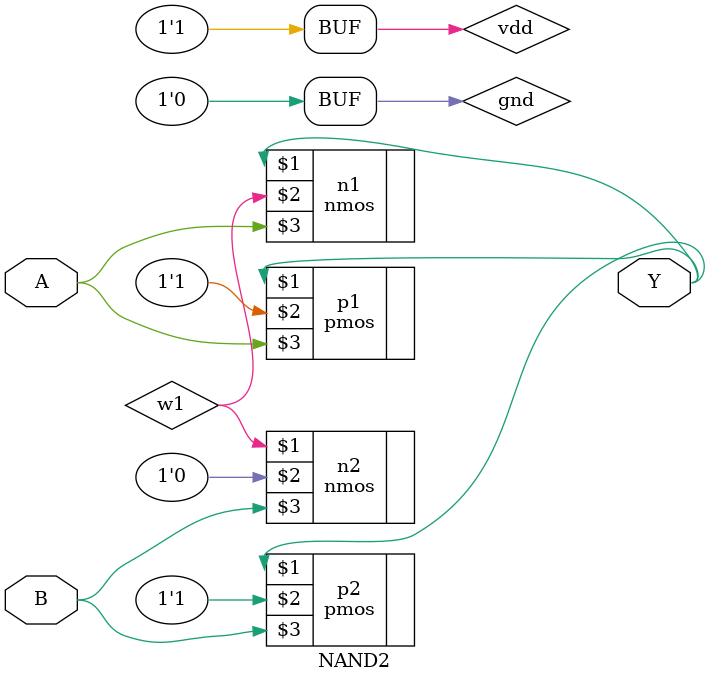
<source format=sv>
module NAND2 (
    output  wire                        Y,
    input   wire                        A,
    input   wire                        B
);

    wire                                w1;
    supply1                             vdd;
    supply0                             gnd;

    // VDD      -------+------+--------
    //              p1 |   p2 |
    //           a --o|  b--o|
    //                 |      |
    //                 +--+---+-------- Y
    //                 n1 |
    //              a ---|
    //                 n2 | w1
    //              b ---|
    //                    |
    // GND      ----------+------------

    pmos    p1(Y, vdd, A);
    pmos    p2(Y, vdd, B);
    nmos    n1(Y, w1, A);
    nmos    n2(w1, gnd, B);

endmodule

</source>
